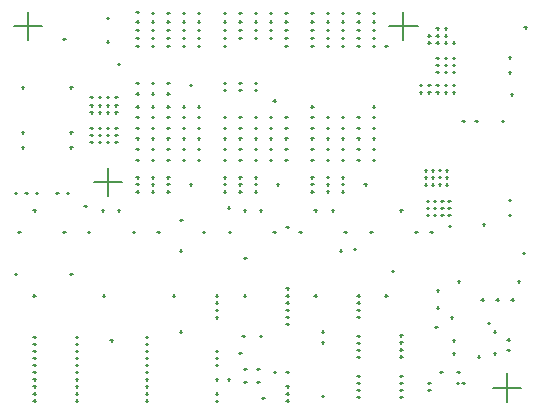
<source format=gbr>
%TF.GenerationSoftware,Altium Limited,Altium Designer,21.4.1 (30)*%
G04 Layer_Color=128*
%FSLAX26Y26*%
%MOIN*%
%TF.SameCoordinates,1A054405-282A-4FF3-8963-BB1B344CA64D*%
%TF.FilePolarity,Positive*%
%TF.FileFunction,Drillmap*%
%TF.Part,Single*%
G01*
G75*
%TA.AperFunction,NonConductor*%
%ADD80C,0.005000*%
D80*
X1291338Y1291339D02*
X1385826D01*
X1338582Y1244095D02*
Y1338583D01*
X39370Y1291339D02*
X133858D01*
X86614Y1244095D02*
Y1338583D01*
X307086Y771653D02*
X401574D01*
X354330Y724409D02*
Y818897D01*
X1637796Y86615D02*
X1732284D01*
X1685040Y39371D02*
Y133859D01*
X594488Y645669D02*
X602362D01*
X598425Y641732D02*
Y649606D01*
X333661Y677167D02*
X341535D01*
X337598Y673230D02*
Y681104D01*
X948819Y621287D02*
X956693D01*
X952756Y617350D02*
Y625224D01*
X808071Y517990D02*
X815945D01*
X812008Y514053D02*
Y521927D01*
X859253Y677165D02*
X867127D01*
X863190Y673228D02*
Y681102D01*
X1299213Y476378D02*
X1307087D01*
X1303150Y472441D02*
Y480315D01*
X1327755Y677165D02*
X1335629D01*
X1331692Y673228D02*
Y681102D01*
X1428358Y606299D02*
X1436232D01*
X1432295Y602362D02*
Y610236D01*
X905511Y1043307D02*
X913385D01*
X909448Y1039370D02*
Y1047244D01*
X1099411Y677167D02*
X1107285D01*
X1103348Y673230D02*
Y681104D01*
X1278149Y1224409D02*
X1286023D01*
X1282086Y1220472D02*
Y1228346D01*
X385827Y1165354D02*
X393701D01*
X389764Y1161417D02*
Y1169291D01*
X753937Y687008D02*
X761811D01*
X757874Y683071D02*
Y690945D01*
X448819Y765921D02*
X456693D01*
X452756Y761984D02*
Y769858D01*
X448819Y740331D02*
X456693D01*
X452756Y736394D02*
Y744268D01*
X753937Y114173D02*
X761811D01*
X757874Y110236D02*
Y118110D01*
X275591Y692913D02*
X283465D01*
X279528Y688976D02*
Y696850D01*
X350393Y1318897D02*
X358267D01*
X354330Y1314960D02*
Y1322834D01*
X1688977Y661417D02*
X1696851D01*
X1692914Y657480D02*
Y665354D01*
X791339Y740331D02*
X799213D01*
X795276Y736394D02*
Y744268D01*
X204921Y606299D02*
X212795D01*
X208858Y602362D02*
Y610236D01*
X1228347Y606299D02*
X1236220D01*
X1232284Y602362D02*
Y610236D01*
X1480315Y811024D02*
X1488189D01*
X1484252Y807087D02*
Y814961D01*
X1433071Y763779D02*
X1440945D01*
X1437008Y759842D02*
Y767716D01*
X1409449Y763779D02*
X1417323D01*
X1413386Y759842D02*
Y767716D01*
X1456693Y787750D02*
X1464567D01*
X1460630Y783812D02*
Y791687D01*
X1433071Y787402D02*
X1440945D01*
X1437008Y783465D02*
Y791338D01*
X1433071Y811024D02*
X1440945D01*
X1437008Y807087D02*
Y814961D01*
X1409449Y811024D02*
X1417323D01*
X1413386Y807087D02*
Y814961D01*
X1409449Y787402D02*
X1417323D01*
X1413386Y783465D02*
Y791338D01*
X1456693Y811371D02*
X1464567D01*
X1460630Y807434D02*
Y815308D01*
X1480315Y763779D02*
X1488189D01*
X1484252Y759842D02*
Y767716D01*
X1480315Y787402D02*
X1488189D01*
X1484252Y783465D02*
Y791338D01*
X1456693Y764128D02*
X1464567D01*
X1460630Y760191D02*
Y768064D01*
X1639148Y273623D02*
X1647022D01*
X1643085Y269685D02*
Y277560D01*
X1619177Y303149D02*
X1627051D01*
X1623114Y299212D02*
Y307086D01*
X1503937Y244094D02*
X1511811D01*
X1507874Y240157D02*
Y248031D01*
X851377Y105315D02*
X859251D01*
X855314Y101378D02*
Y109252D01*
X808071Y105315D02*
X815945D01*
X812008Y101378D02*
Y109252D01*
X851377Y148621D02*
X859251D01*
X855314Y144684D02*
Y152558D01*
X808071Y148621D02*
X815945D01*
X812008Y144684D02*
Y152558D01*
X868111Y51181D02*
X875985D01*
X872048Y47244D02*
Y55118D01*
X905709Y139763D02*
X913583D01*
X909646Y135826D02*
Y143700D01*
X948819Y90551D02*
X956693D01*
X952756Y86614D02*
Y94488D01*
X1685039Y247046D02*
X1692913D01*
X1688976Y243109D02*
Y250983D01*
X1125985Y543307D02*
X1133859D01*
X1129922Y539370D02*
Y547244D01*
X1173228Y549213D02*
X1181102D01*
X1177165Y545276D02*
Y553150D01*
X1496191Y320867D02*
X1504065D01*
X1500128Y316930D02*
Y324804D01*
X1444881Y288385D02*
X1452755D01*
X1448818Y284448D02*
Y292322D01*
X625985Y763953D02*
X633859D01*
X629922Y760016D02*
Y767890D01*
X551181Y787575D02*
X559055D01*
X555118Y783638D02*
Y791512D01*
X551181Y765921D02*
X559055D01*
X555118Y761984D02*
Y769858D01*
X551181Y740331D02*
X559055D01*
X555118Y736394D02*
Y744268D01*
X500001Y763953D02*
X507875D01*
X503938Y760016D02*
Y767890D01*
X500001Y787575D02*
X507875D01*
X503938Y783638D02*
Y791512D01*
X1518469Y139763D02*
X1526343D01*
X1522406Y135826D02*
Y143700D01*
X1461383Y139763D02*
X1469257D01*
X1465320Y135826D02*
Y143700D01*
X1587389Y190083D02*
X1595263D01*
X1591326Y186146D02*
Y194020D01*
X1720472Y440944D02*
X1728346D01*
X1724409Y437007D02*
Y444881D01*
X1685039Y212598D02*
X1692913D01*
X1688976Y208661D02*
Y216535D01*
X1639148Y200787D02*
X1647022D01*
X1643085Y196850D02*
Y204724D01*
X1503937Y200787D02*
X1511811D01*
X1507874Y196850D02*
Y204724D01*
X104921Y393701D02*
X112795D01*
X108858Y389764D02*
Y397638D01*
X337205Y393701D02*
X345079D01*
X341142Y389764D02*
Y397638D01*
X569489Y393701D02*
X577363D01*
X573426Y389764D02*
Y397638D01*
X1278149Y393701D02*
X1286023D01*
X1282086Y389764D02*
Y397638D01*
X204725Y1248031D02*
X212599D01*
X208662Y1244094D02*
Y1251968D01*
X350393Y1240157D02*
X358267D01*
X354330Y1236220D02*
Y1244094D01*
X228347Y887401D02*
X236221D01*
X232284Y883464D02*
Y891338D01*
X1449045Y410711D02*
X1456919D01*
X1452983Y406774D02*
Y414648D01*
X1648425Y379921D02*
X1656299D01*
X1652362Y375984D02*
Y383858D01*
X1598425Y379921D02*
X1606299D01*
X1602362Y375984D02*
Y383858D01*
X1519914Y440944D02*
X1527788D01*
X1523851Y437007D02*
Y444881D01*
X1735770Y536283D02*
X1743644D01*
X1739707Y532346D02*
Y540220D01*
X1489927Y624471D02*
X1497801D01*
X1493864Y620534D02*
Y628408D01*
X1698425Y379921D02*
X1706299D01*
X1702362Y375984D02*
Y383858D01*
X791339Y202755D02*
X799213D01*
X795276Y198818D02*
Y206692D01*
X802165Y259843D02*
X810039D01*
X806102Y255906D02*
Y263780D01*
X859253Y259843D02*
X867127D01*
X863190Y255906D02*
Y263780D01*
X1688977Y711221D02*
X1696851D01*
X1692914Y707284D02*
Y715158D01*
X1449045Y353625D02*
X1456919D01*
X1452983Y349688D02*
Y357562D01*
X1696851Y1063977D02*
X1704725D01*
X1700788Y1060040D02*
Y1067914D01*
X1688977Y1187599D02*
X1696851D01*
X1692914Y1183662D02*
Y1191536D01*
X1603574Y630906D02*
X1611448D01*
X1607511Y626969D02*
Y634843D01*
X1742266Y1287599D02*
X1750140D01*
X1746203Y1283662D02*
Y1291536D01*
X1688977Y1137599D02*
X1696851D01*
X1692914Y1133662D02*
Y1141536D01*
X1535433Y974409D02*
X1543307D01*
X1539370Y970472D02*
Y978346D01*
X1578741Y974409D02*
X1586615D01*
X1582678Y970472D02*
Y978346D01*
X1667323Y974409D02*
X1675197D01*
X1671260Y970472D02*
Y978346D01*
X1141733Y606299D02*
X1149607D01*
X1145670Y602362D02*
Y610236D01*
X992127Y606299D02*
X1000001D01*
X996064Y602362D02*
Y610236D01*
X1066929Y273623D02*
X1074803D01*
X1070866Y269685D02*
Y277560D01*
X1066929Y237207D02*
X1074803D01*
X1070866Y233270D02*
Y241144D01*
X1066929Y58073D02*
X1074803D01*
X1070866Y54136D02*
Y62010D01*
X594347Y543307D02*
X602221D01*
X598284Y539370D02*
Y547244D01*
X594347Y273623D02*
X602221D01*
X598284Y269685D02*
Y277560D01*
X805709Y393701D02*
X813583D01*
X809646Y389764D02*
Y397638D01*
X362205Y244095D02*
X370079D01*
X366142Y240157D02*
Y248031D01*
X228347Y1087401D02*
X236221D01*
X232284Y1083464D02*
Y1091338D01*
X228347Y464986D02*
X236221D01*
X232284Y461049D02*
Y468923D01*
X216535Y736221D02*
X224409D01*
X220472Y732284D02*
Y740158D01*
X181102Y736221D02*
X188976D01*
X185039Y732284D02*
Y740158D01*
X228347Y937401D02*
X236221D01*
X232284Y933464D02*
Y941338D01*
X114173Y736221D02*
X122047D01*
X118110Y732284D02*
Y740158D01*
X78740Y736221D02*
X86614D01*
X82677Y732284D02*
Y740158D01*
X43307Y736221D02*
X51181D01*
X47244Y732284D02*
Y740158D01*
X66929Y887401D02*
X74803D01*
X70866Y883464D02*
Y891338D01*
X66929Y937401D02*
X74803D01*
X70866Y933464D02*
Y941338D01*
X43307Y464567D02*
X51181D01*
X47244Y460630D02*
Y468504D01*
X105317Y677167D02*
X113191D01*
X109254Y673230D02*
Y681104D01*
X518947Y606299D02*
X526821D01*
X522884Y602362D02*
Y610236D01*
X54921Y606299D02*
X62795D01*
X58858Y602362D02*
Y610236D01*
X66929Y1087401D02*
X74803D01*
X70866Y1083464D02*
Y1091338D01*
X1208859Y763953D02*
X1216733D01*
X1212796Y760016D02*
Y767890D01*
X917519Y763953D02*
X925393D01*
X921456Y760016D02*
Y767890D01*
X377953Y1027559D02*
X385827D01*
X381890Y1023622D02*
Y1031496D01*
X295275Y1027559D02*
X303149D01*
X299212Y1023622D02*
Y1031496D01*
X295275Y1003937D02*
X303149D01*
X299212Y1000000D02*
Y1007874D01*
X295275Y1055117D02*
X303149D01*
X299212Y1051180D02*
Y1059054D01*
X322835Y1003937D02*
X330709D01*
X326772Y1000000D02*
Y1007874D01*
X350393Y1027559D02*
X358267D01*
X354330Y1023622D02*
Y1031496D01*
X500001Y1334645D02*
X507875D01*
X503938Y1330708D02*
Y1338582D01*
X350393Y1055119D02*
X358267D01*
X354330Y1051182D02*
Y1059056D01*
X322835Y1055119D02*
X330709D01*
X326772Y1051182D02*
Y1059056D01*
X377953Y1055119D02*
X385827D01*
X381890Y1051182D02*
Y1059056D01*
X377953Y1003937D02*
X385827D01*
X381890Y1000000D02*
Y1007874D01*
X448819Y1279527D02*
X456693D01*
X452756Y1275590D02*
Y1283464D01*
X448819Y1224409D02*
X456693D01*
X452756Y1220472D02*
Y1228346D01*
X448819Y1307087D02*
X456693D01*
X452756Y1303150D02*
Y1311024D01*
X448819Y1338579D02*
X456693D01*
X452756Y1334642D02*
Y1342516D01*
X322835Y1027559D02*
X330709D01*
X326772Y1023622D02*
Y1031496D01*
X350393Y1003937D02*
X358267D01*
X354330Y1000000D02*
Y1007874D01*
X246555Y255905D02*
X254429D01*
X250492Y251968D02*
Y259842D01*
X713071Y393371D02*
X720945D01*
X717008Y389434D02*
Y397308D01*
X448819Y1251969D02*
X456693D01*
X452756Y1248032D02*
Y1255906D01*
X1185039Y101377D02*
X1192913D01*
X1188976Y97440D02*
Y105314D01*
X1185039Y124999D02*
X1192913D01*
X1188976Y121062D02*
Y128936D01*
X712599Y66929D02*
X720473D01*
X716536Y62992D02*
Y70866D01*
X712599Y41337D02*
X720473D01*
X716536Y37400D02*
Y45274D01*
X712599Y114173D02*
X720473D01*
X716536Y110236D02*
Y118110D01*
X712599Y161417D02*
X720473D01*
X716536Y157480D02*
Y165354D01*
X712599Y185039D02*
X720473D01*
X716536Y181102D02*
Y188976D01*
X712599Y208661D02*
X720473D01*
X716536Y204724D02*
Y212598D01*
X712599Y346457D02*
X720473D01*
X716536Y342520D02*
Y350394D01*
X712599Y370079D02*
X720473D01*
X716536Y366142D02*
Y374016D01*
X712599Y320867D02*
X720473D01*
X716536Y316930D02*
Y324804D01*
X1185039Y259843D02*
X1192913D01*
X1188976Y255906D02*
Y263780D01*
X1185039Y322835D02*
X1192913D01*
X1188976Y318898D02*
Y326772D01*
X1185039Y393701D02*
X1192913D01*
X1188976Y389764D02*
Y397638D01*
X1185039Y370079D02*
X1192913D01*
X1188976Y366142D02*
Y374016D01*
X1185039Y346457D02*
X1192913D01*
X1188976Y342520D02*
Y350394D01*
X1185039Y236221D02*
X1192913D01*
X1188976Y232284D02*
Y240158D01*
X1185039Y55119D02*
X1192913D01*
X1188976Y51182D02*
Y59056D01*
X1185039Y212599D02*
X1192913D01*
X1188976Y208662D02*
Y216536D01*
X1185039Y78741D02*
X1192913D01*
X1188976Y74804D02*
Y82678D01*
X1185039Y188977D02*
X1192913D01*
X1188976Y185040D02*
Y192914D01*
X246555Y90551D02*
X254429D01*
X250492Y86614D02*
Y94488D01*
X246555Y66929D02*
X254429D01*
X250492Y62992D02*
Y70866D01*
X246555Y114173D02*
X254429D01*
X250492Y110236D02*
Y118110D01*
X246555Y43307D02*
X254429D01*
X250492Y39370D02*
Y47244D01*
X246555Y137795D02*
X254429D01*
X250492Y133858D02*
Y141732D01*
X246555Y208661D02*
X254429D01*
X250492Y204724D02*
Y212598D01*
X246555Y232283D02*
X254429D01*
X250492Y228346D02*
Y236220D01*
X246555Y185039D02*
X254429D01*
X250492Y181102D02*
Y188976D01*
X246555Y161417D02*
X254429D01*
X250492Y157480D02*
Y165354D01*
X1236221Y1224409D02*
X1244095D01*
X1240158Y1220472D02*
Y1228346D01*
X1236221Y1279527D02*
X1244095D01*
X1240158Y1275590D02*
Y1283464D01*
X1236221Y1307087D02*
X1244095D01*
X1240158Y1303150D02*
Y1311024D01*
X1236221Y1334645D02*
X1244095D01*
X1240158Y1330708D02*
Y1338582D01*
X1236221Y1251969D02*
X1244095D01*
X1240158Y1248032D02*
Y1255906D01*
X791339Y1251969D02*
X799213D01*
X795276Y1248032D02*
Y1255906D01*
X842519Y1251969D02*
X850393D01*
X846456Y1248032D02*
Y1255906D01*
X893701Y1251969D02*
X901575D01*
X897638Y1248032D02*
Y1255906D01*
X1133859Y1334645D02*
X1141733D01*
X1137796Y1330708D02*
Y1338582D01*
X1031497Y1334645D02*
X1039371D01*
X1035434Y1330708D02*
Y1338582D01*
X1082677Y1334645D02*
X1090551D01*
X1086614Y1330708D02*
Y1338582D01*
X1185039Y1334645D02*
X1192913D01*
X1188976Y1330708D02*
Y1338582D01*
X602363Y1334645D02*
X610237D01*
X606300Y1330708D02*
Y1338582D01*
X653543Y1334645D02*
X661417D01*
X657480Y1330708D02*
Y1338582D01*
X551181Y1334645D02*
X559055D01*
X555118Y1330708D02*
Y1338582D01*
X653543Y1279527D02*
X661417D01*
X657480Y1275590D02*
Y1283464D01*
X653543Y1307087D02*
X661417D01*
X657480Y1303150D02*
Y1311024D01*
X653543Y1224409D02*
X661417D01*
X657480Y1220472D02*
Y1228346D01*
X653543Y1251969D02*
X661417D01*
X657480Y1248032D02*
Y1255906D01*
X1031497Y1279527D02*
X1039371D01*
X1035434Y1275590D02*
Y1283464D01*
X1031497Y1307087D02*
X1039371D01*
X1035434Y1303150D02*
Y1311024D01*
X1031497Y1224409D02*
X1039371D01*
X1035434Y1220472D02*
Y1228346D01*
X1031497Y1251969D02*
X1039371D01*
X1035434Y1248032D02*
Y1255906D01*
X740157Y1279527D02*
X748031D01*
X744094Y1275590D02*
Y1283464D01*
X740157Y1307087D02*
X748031D01*
X744094Y1303150D02*
Y1311024D01*
X740157Y1224409D02*
X748031D01*
X744094Y1220472D02*
Y1228346D01*
X740157Y1251969D02*
X748031D01*
X744094Y1248032D02*
Y1255906D01*
X944883Y1251969D02*
X952757D01*
X948820Y1248032D02*
Y1255906D01*
X944883Y1224409D02*
X952757D01*
X948820Y1220472D02*
Y1228346D01*
X944883Y1307087D02*
X952757D01*
X948820Y1303150D02*
Y1311024D01*
X944883Y1279527D02*
X952757D01*
X948820Y1275590D02*
Y1283464D01*
X842519Y1334645D02*
X850393D01*
X846456Y1330708D02*
Y1338582D01*
X740157Y1334645D02*
X748031D01*
X744094Y1330708D02*
Y1338582D01*
X791339Y1334645D02*
X799213D01*
X795276Y1330708D02*
Y1338582D01*
X944883Y1334645D02*
X952757D01*
X948820Y1330708D02*
Y1338582D01*
X893701Y1334645D02*
X901575D01*
X897638Y1330708D02*
Y1338582D01*
X893701Y1307087D02*
X901575D01*
X897638Y1303150D02*
Y1311024D01*
X893701Y1279527D02*
X901575D01*
X897638Y1275590D02*
Y1283464D01*
X842519Y1279527D02*
X850393D01*
X846456Y1275590D02*
Y1283464D01*
X842519Y1307087D02*
X850393D01*
X846456Y1303150D02*
Y1311024D01*
X791339Y1307087D02*
X799213D01*
X795276Y1303150D02*
Y1311024D01*
X791339Y1279527D02*
X799213D01*
X795276Y1275590D02*
Y1283464D01*
X1133859Y1224409D02*
X1141733D01*
X1137796Y1220472D02*
Y1228346D01*
X1185039Y1224409D02*
X1192913D01*
X1188976Y1220472D02*
Y1228346D01*
X1082677Y1224409D02*
X1090551D01*
X1086614Y1220472D02*
Y1228346D01*
X1082677Y1251969D02*
X1090551D01*
X1086614Y1248032D02*
Y1255906D01*
X1133859Y1251969D02*
X1141733D01*
X1137796Y1248032D02*
Y1255906D01*
X1185039Y1251969D02*
X1192913D01*
X1188976Y1248032D02*
Y1255906D01*
X1082677Y1279527D02*
X1090551D01*
X1086614Y1275590D02*
Y1283464D01*
X1133859Y1307087D02*
X1141733D01*
X1137796Y1303150D02*
Y1311024D01*
X1133859Y1279527D02*
X1141733D01*
X1137796Y1275590D02*
Y1283464D01*
X1185039Y1279527D02*
X1192913D01*
X1188976Y1275590D02*
Y1283464D01*
X1185039Y1307087D02*
X1192913D01*
X1188976Y1303150D02*
Y1311024D01*
X1082677Y1307087D02*
X1090551D01*
X1086614Y1303150D02*
Y1311024D01*
X551181Y1224409D02*
X559055D01*
X555118Y1220472D02*
Y1228346D01*
X602363Y1224409D02*
X610237D01*
X606300Y1220472D02*
Y1228346D01*
X500001Y1224409D02*
X507875D01*
X503938Y1220472D02*
Y1228346D01*
X500001Y1251969D02*
X507875D01*
X503938Y1248032D02*
Y1255906D01*
X551181Y1251969D02*
X559055D01*
X555118Y1248032D02*
Y1255906D01*
X602363Y1251969D02*
X610237D01*
X606300Y1248032D02*
Y1255906D01*
X500001Y1279527D02*
X507875D01*
X503938Y1275590D02*
Y1283464D01*
X500001Y1307087D02*
X507875D01*
X503938Y1303150D02*
Y1311024D01*
X551181Y1307087D02*
X559055D01*
X555118Y1303150D02*
Y1311024D01*
X551181Y1279527D02*
X559055D01*
X555118Y1275590D02*
Y1283464D01*
X602363Y1279527D02*
X610237D01*
X606300Y1275590D02*
Y1283464D01*
X602363Y1307087D02*
X610237D01*
X606300Y1303150D02*
Y1311024D01*
X1236222Y952755D02*
X1244096D01*
X1240159Y948818D02*
Y956692D01*
X1236222Y917323D02*
X1244096D01*
X1240159Y913386D02*
Y921260D01*
X1236222Y846457D02*
X1244096D01*
X1240159Y842520D02*
Y850394D01*
X1236222Y881889D02*
X1244096D01*
X1240159Y877952D02*
Y885826D01*
X1236222Y1023621D02*
X1244096D01*
X1240159Y1019684D02*
Y1027558D01*
X1236222Y988189D02*
X1244096D01*
X1240159Y984252D02*
Y992126D01*
X1185040Y988189D02*
X1192914D01*
X1188977Y984252D02*
Y992126D01*
X1185040Y881889D02*
X1192914D01*
X1188977Y877952D02*
Y885826D01*
X1185040Y846457D02*
X1192914D01*
X1188977Y842520D02*
Y850394D01*
X1185040Y917323D02*
X1192914D01*
X1188977Y913386D02*
Y921260D01*
X1185040Y952755D02*
X1192914D01*
X1188977Y948818D02*
Y956692D01*
X1133860Y988189D02*
X1141734D01*
X1137797Y984252D02*
Y992126D01*
X1133860Y881889D02*
X1141734D01*
X1137797Y877952D02*
Y885826D01*
X1133860Y846457D02*
X1141734D01*
X1137797Y842520D02*
Y850394D01*
X1133860Y917323D02*
X1141734D01*
X1137797Y913386D02*
Y921260D01*
X1133860Y952755D02*
X1141734D01*
X1137797Y948818D02*
Y956692D01*
X1082678Y988189D02*
X1090552D01*
X1086615Y984252D02*
Y992126D01*
X1082678Y881889D02*
X1090552D01*
X1086615Y877952D02*
Y885826D01*
X1082678Y846457D02*
X1090552D01*
X1086615Y842520D02*
Y850394D01*
X1082678Y917323D02*
X1090552D01*
X1086615Y913386D02*
Y921260D01*
X1082678Y952755D02*
X1090552D01*
X1086615Y948818D02*
Y956692D01*
X1031498Y952755D02*
X1039372D01*
X1035435Y948818D02*
Y956692D01*
X1031498Y917323D02*
X1039372D01*
X1035435Y913386D02*
Y921260D01*
X1031498Y846457D02*
X1039372D01*
X1035435Y842520D02*
Y850394D01*
X1031498Y881889D02*
X1039372D01*
X1035435Y877952D02*
Y885826D01*
X1031498Y1023621D02*
X1039372D01*
X1035435Y1019684D02*
Y1027558D01*
X1031498Y988189D02*
X1039372D01*
X1035435Y984252D02*
Y992126D01*
X905511Y606299D02*
X913385D01*
X909448Y602362D02*
Y610236D01*
X893702Y988189D02*
X901576D01*
X897639Y984252D02*
Y992126D01*
X791340Y988189D02*
X799214D01*
X795277Y984252D02*
Y992126D01*
X842520Y988189D02*
X850394D01*
X846457Y984252D02*
Y992126D01*
X791339Y1102363D02*
X799213D01*
X795276Y1098426D02*
Y1106300D01*
X842519Y1102363D02*
X850393D01*
X846456Y1098426D02*
Y1106300D01*
X1417323Y708661D02*
X1425197D01*
X1421260Y704724D02*
Y712598D01*
X1417323Y661417D02*
X1425197D01*
X1421260Y657480D02*
Y665354D01*
X1440945Y708661D02*
X1448819D01*
X1444882Y704724D02*
Y712598D01*
X1464567Y685039D02*
X1472441D01*
X1468504Y681102D02*
Y688976D01*
X1488189Y661417D02*
X1496063D01*
X1492126Y657480D02*
Y665354D01*
X1440945Y661417D02*
X1448819D01*
X1444882Y657480D02*
Y665354D01*
X1417323Y685039D02*
X1425197D01*
X1421260Y681102D02*
Y688976D01*
X1440945Y685039D02*
X1448819D01*
X1444882Y681102D02*
Y688976D01*
X1464567Y661417D02*
X1472441D01*
X1468504Y657480D02*
Y665354D01*
X1488189Y685039D02*
X1496063D01*
X1492126Y681102D02*
Y688976D01*
X1488189Y708661D02*
X1496063D01*
X1492126Y704724D02*
Y712598D01*
X1464567Y708661D02*
X1472441D01*
X1468504Y704724D02*
Y712598D01*
X740157Y1102363D02*
X748031D01*
X744094Y1098426D02*
Y1106300D01*
X740157Y1078741D02*
X748031D01*
X744094Y1074804D02*
Y1082678D01*
X740158Y988189D02*
X748032D01*
X744095Y984252D02*
Y992126D01*
X740158Y881889D02*
X748032D01*
X744095Y877952D02*
Y885826D01*
X740158Y846457D02*
X748032D01*
X744095Y842520D02*
Y850394D01*
X740158Y917323D02*
X748032D01*
X744095Y913386D02*
Y921260D01*
X740158Y952755D02*
X748032D01*
X744095Y948818D02*
Y956692D01*
X791340Y952755D02*
X799214D01*
X795277Y948818D02*
Y956692D01*
X791340Y917323D02*
X799214D01*
X795277Y913386D02*
Y921260D01*
X791340Y846457D02*
X799214D01*
X795277Y842520D02*
Y850394D01*
X791340Y881889D02*
X799214D01*
X795277Y877952D02*
Y885826D01*
X791339Y1078741D02*
X799213D01*
X795276Y1074804D02*
Y1082678D01*
X842520Y952755D02*
X850394D01*
X846457Y948818D02*
Y956692D01*
X842520Y917323D02*
X850394D01*
X846457Y913386D02*
Y921260D01*
X842520Y846457D02*
X850394D01*
X846457Y842520D02*
Y850394D01*
X842520Y881889D02*
X850394D01*
X846457Y877952D02*
Y885826D01*
X842519Y1078741D02*
X850393D01*
X846456Y1074804D02*
Y1082678D01*
X893702Y952755D02*
X901576D01*
X897639Y948818D02*
Y956692D01*
X893702Y917323D02*
X901576D01*
X897639Y913386D02*
Y921260D01*
X893702Y846457D02*
X901576D01*
X897639Y842520D02*
Y850394D01*
X893702Y881889D02*
X901576D01*
X897639Y877952D02*
Y885826D01*
X944882Y988189D02*
X952756D01*
X948819Y984252D02*
Y992126D01*
X944882Y881889D02*
X952756D01*
X948819Y877952D02*
Y885826D01*
X944882Y846457D02*
X952756D01*
X948819Y842520D02*
Y850394D01*
X944882Y917323D02*
X952756D01*
X948819Y913386D02*
Y921260D01*
X944882Y952755D02*
X952756D01*
X948819Y948818D02*
Y956692D01*
X1448819Y1185039D02*
X1456693D01*
X1452756Y1181102D02*
Y1188976D01*
X1476379Y1161417D02*
X1484253D01*
X1480316Y1157480D02*
Y1165354D01*
X1503937Y1185039D02*
X1511811D01*
X1507874Y1181102D02*
Y1188976D01*
X1503937Y1161417D02*
X1511811D01*
X1507874Y1157480D02*
Y1165354D01*
X1476379Y1185039D02*
X1484253D01*
X1480316Y1181102D02*
Y1188976D01*
X1448819Y1161417D02*
X1456693D01*
X1452756Y1157480D02*
Y1165354D01*
X1503937Y1137795D02*
X1511811D01*
X1507874Y1133858D02*
Y1141732D01*
X1476379Y1137795D02*
X1484253D01*
X1480316Y1133858D02*
Y1141732D01*
X1448819Y1137795D02*
X1456693D01*
X1452756Y1133858D02*
Y1141732D01*
X1393701Y1070865D02*
X1401575D01*
X1397638Y1066928D02*
Y1074802D01*
X1421259Y1094489D02*
X1429133D01*
X1425196Y1090552D02*
Y1098426D01*
X1448819Y1070865D02*
X1456693D01*
X1452756Y1066928D02*
Y1074802D01*
X1448819Y1094489D02*
X1456693D01*
X1452756Y1090552D02*
Y1098426D01*
X1503937Y1070865D02*
X1511811D01*
X1507874Y1066928D02*
Y1074802D01*
X1393701Y1094489D02*
X1401575D01*
X1397638Y1090552D02*
Y1098426D01*
X1476379Y1094489D02*
X1484253D01*
X1480316Y1090552D02*
Y1098426D01*
X1476379Y1070865D02*
X1484253D01*
X1480316Y1066928D02*
Y1074802D01*
X1421259Y1070865D02*
X1429133D01*
X1425196Y1066928D02*
Y1074802D01*
X1503937Y1094489D02*
X1511811D01*
X1507874Y1090552D02*
Y1098426D01*
X1041929Y677167D02*
X1049803D01*
X1045866Y673230D02*
Y681104D01*
X805709Y677167D02*
X813583D01*
X809646Y673230D02*
Y681104D01*
X387205Y677167D02*
X395079D01*
X391142Y673230D02*
Y681104D01*
X625985Y1094489D02*
X633859D01*
X629922Y1090552D02*
Y1098426D01*
X755905Y606299D02*
X763779D01*
X759842Y602362D02*
Y610236D01*
X287205Y606299D02*
X295079D01*
X291142Y602362D02*
Y610236D01*
X437205Y606299D02*
X445079D01*
X441142Y602362D02*
Y610236D01*
X1421259Y1260391D02*
X1429133D01*
X1425196Y1256454D02*
Y1264328D01*
X1448627Y1236769D02*
X1456501D01*
X1452564Y1232832D02*
Y1240706D01*
X1476187Y1236769D02*
X1484061D01*
X1480124Y1232832D02*
Y1240706D01*
X1503745Y1236769D02*
X1511619D01*
X1507682Y1232832D02*
Y1240706D01*
X1421259Y1236769D02*
X1429133D01*
X1425196Y1232832D02*
Y1240706D01*
X1476187Y1260391D02*
X1484061D01*
X1480124Y1256454D02*
Y1264328D01*
X1476187Y1284013D02*
X1484061D01*
X1480124Y1280076D02*
Y1287950D01*
X1448627Y1284013D02*
X1456501D01*
X1452564Y1280076D02*
Y1287950D01*
X1448627Y1260391D02*
X1456501D01*
X1452564Y1256454D02*
Y1264328D01*
X653544Y952755D02*
X661418D01*
X657481Y948818D02*
Y956692D01*
X653544Y917323D02*
X661418D01*
X657481Y913386D02*
Y921260D01*
X653544Y846457D02*
X661418D01*
X657481Y842520D02*
Y850394D01*
X653544Y881889D02*
X661418D01*
X657481Y877952D02*
Y885826D01*
X653544Y1023621D02*
X661418D01*
X657481Y1019684D02*
Y1027558D01*
X653544Y988189D02*
X661418D01*
X657481Y984252D02*
Y992126D01*
X602364Y988189D02*
X610238D01*
X606301Y984252D02*
Y992126D01*
X602364Y1023621D02*
X610238D01*
X606301Y1019684D02*
Y1027558D01*
X602364Y881889D02*
X610238D01*
X606301Y877952D02*
Y885826D01*
X602364Y846457D02*
X610238D01*
X606301Y842520D02*
Y850394D01*
X602364Y917323D02*
X610238D01*
X606301Y913386D02*
Y921260D01*
X602364Y952755D02*
X610238D01*
X606301Y948818D02*
Y956692D01*
X551181Y1102363D02*
X559055D01*
X555118Y1098426D02*
Y1106300D01*
X551181Y1066929D02*
X559055D01*
X555118Y1062992D02*
Y1070866D01*
X551182Y988189D02*
X559056D01*
X555119Y984252D02*
Y992126D01*
X551182Y1023621D02*
X559056D01*
X555119Y1019684D02*
Y1027558D01*
X551182Y881889D02*
X559056D01*
X555119Y877952D02*
Y885826D01*
X551182Y846457D02*
X559056D01*
X555119Y842520D02*
Y850394D01*
X551182Y917323D02*
X559056D01*
X555119Y913386D02*
Y921260D01*
X551182Y952755D02*
X559056D01*
X555119Y948818D02*
Y956692D01*
X500001Y1102363D02*
X507875D01*
X503938Y1098426D02*
Y1106300D01*
X500001Y1066929D02*
X507875D01*
X503938Y1062992D02*
Y1070866D01*
X500002Y988189D02*
X507876D01*
X503939Y984252D02*
Y992126D01*
X500002Y1023621D02*
X507876D01*
X503939Y1019684D02*
Y1027558D01*
X500002Y881889D02*
X507876D01*
X503939Y877952D02*
Y885826D01*
X500002Y846457D02*
X507876D01*
X503939Y842520D02*
Y850394D01*
X500002Y917323D02*
X507876D01*
X503939Y913386D02*
Y921260D01*
X500002Y952755D02*
X507876D01*
X503939Y948818D02*
Y956692D01*
X448820Y952755D02*
X456694D01*
X452757Y948818D02*
Y956692D01*
X448820Y917323D02*
X456694D01*
X452757Y913386D02*
Y921260D01*
X448820Y846457D02*
X456694D01*
X452757Y842520D02*
Y850394D01*
X448820Y881889D02*
X456694D01*
X452757Y877952D02*
Y885826D01*
X448820Y1023621D02*
X456694D01*
X452757Y1019684D02*
Y1027558D01*
X448820Y988189D02*
X456694D01*
X452757Y984252D02*
Y992126D01*
X448819Y1066929D02*
X456693D01*
X452756Y1062992D02*
Y1070866D01*
X448819Y1102363D02*
X456693D01*
X452756Y1098426D02*
Y1106300D01*
X295275Y929133D02*
X303149D01*
X299212Y925196D02*
Y933070D01*
X377953Y952755D02*
X385827D01*
X381890Y948818D02*
Y956692D01*
X350393Y929133D02*
X358267D01*
X354330Y925196D02*
Y933070D01*
X295275Y952755D02*
X303149D01*
X299212Y948818D02*
Y956692D01*
X295275Y905511D02*
X303149D01*
X299212Y901574D02*
Y909448D01*
X322835Y952755D02*
X330709D01*
X326772Y948818D02*
Y956692D01*
X322835Y905511D02*
X330709D01*
X326772Y901574D02*
Y909448D01*
X350393Y952755D02*
X358267D01*
X354330Y948818D02*
Y956692D01*
X350393Y905511D02*
X358267D01*
X354330Y901574D02*
Y909448D01*
X377953Y905511D02*
X385827D01*
X381890Y901574D02*
Y909448D01*
X377953Y929133D02*
X385827D01*
X381890Y925196D02*
Y933070D01*
X322835Y929133D02*
X330709D01*
X326772Y925196D02*
Y933070D01*
X480315Y43307D02*
X488189D01*
X484252Y39370D02*
Y47244D01*
X1535433Y102363D02*
X1543307D01*
X1539370Y98426D02*
Y106300D01*
X1421259Y78741D02*
X1429133D01*
X1425196Y74804D02*
Y82678D01*
X669291Y606299D02*
X677165D01*
X673228Y602362D02*
Y610236D01*
X740157Y787401D02*
X748031D01*
X744094Y783464D02*
Y791338D01*
X500001Y740331D02*
X507875D01*
X503938Y736394D02*
Y744268D01*
X1377953Y606299D02*
X1385827D01*
X1381890Y602362D02*
Y610236D01*
X1421259Y102363D02*
X1429133D01*
X1425196Y98426D02*
Y106300D01*
X1515745Y102363D02*
X1523619D01*
X1519682Y98426D02*
Y106300D01*
X1328149Y189963D02*
X1336023D01*
X1332086Y186026D02*
Y193900D01*
X1328149Y237207D02*
X1336023D01*
X1332086Y233270D02*
Y241144D01*
X1328149Y55119D02*
X1336023D01*
X1332086Y51182D02*
Y59056D01*
X1328149Y213585D02*
X1336023D01*
X1332086Y209648D02*
Y217522D01*
X1328149Y102363D02*
X1336023D01*
X1332086Y98426D02*
Y106300D01*
X1328149Y260829D02*
X1336023D01*
X1332086Y256892D02*
Y264766D01*
X1328149Y78741D02*
X1336023D01*
X1332086Y74804D02*
Y82678D01*
X1328149Y125985D02*
X1336023D01*
X1332086Y122048D02*
Y129922D01*
X948819Y322835D02*
X956693D01*
X952756Y318898D02*
Y326772D01*
X948819Y346457D02*
X956693D01*
X952756Y342520D02*
Y350394D01*
X948819Y417323D02*
X956693D01*
X952756Y413386D02*
Y421260D01*
X948819Y393701D02*
X956693D01*
X952756Y389764D02*
Y397638D01*
X948819Y370079D02*
X956693D01*
X952756Y366142D02*
Y374016D01*
X948819Y299213D02*
X956693D01*
X952756Y295276D02*
Y303150D01*
X948817Y139763D02*
X956691D01*
X952754Y135826D02*
Y143700D01*
X948819Y43307D02*
X956693D01*
X952756Y39370D02*
Y47244D01*
X948819Y66929D02*
X956693D01*
X952756Y62992D02*
Y70866D01*
X480315Y90551D02*
X488189D01*
X484252Y86614D02*
Y94488D01*
X480315Y66929D02*
X488189D01*
X484252Y62992D02*
Y70866D01*
X480315Y114173D02*
X488189D01*
X484252Y110236D02*
Y118110D01*
X480315Y137795D02*
X488189D01*
X484252Y133858D02*
Y141732D01*
X480315Y208661D02*
X488189D01*
X484252Y204724D02*
Y212598D01*
X480315Y232283D02*
X488189D01*
X484252Y228346D02*
Y236220D01*
X480315Y255905D02*
X488189D01*
X484252Y251968D02*
Y259842D01*
X480315Y185039D02*
X488189D01*
X484252Y181102D02*
Y188976D01*
X480315Y161417D02*
X488189D01*
X484252Y157480D02*
Y165354D01*
X105317Y161417D02*
X113191D01*
X109254Y157480D02*
Y165354D01*
X105317Y185039D02*
X113191D01*
X109254Y181102D02*
Y188976D01*
X105317Y255905D02*
X113191D01*
X109254Y251968D02*
Y259842D01*
X105317Y232283D02*
X113191D01*
X109254Y228346D02*
Y236220D01*
X105317Y208661D02*
X113191D01*
X109254Y204724D02*
Y212598D01*
X105317Y137795D02*
X113191D01*
X109254Y133858D02*
Y141732D01*
X105317Y43307D02*
X113191D01*
X109254Y39370D02*
Y47244D01*
X105317Y114173D02*
X113191D01*
X109254Y110236D02*
Y118110D01*
X105317Y66929D02*
X113191D01*
X109254Y62992D02*
Y70866D01*
X105317Y90551D02*
X113191D01*
X109254Y86614D02*
Y94488D01*
X1031497Y787575D02*
X1039371D01*
X1035434Y783638D02*
Y791512D01*
X1031497Y765921D02*
X1039371D01*
X1035434Y761984D02*
Y769858D01*
X1031497Y740331D02*
X1039371D01*
X1035434Y736394D02*
Y744268D01*
X740157Y740157D02*
X748031D01*
X744094Y736220D02*
Y744094D01*
X740157Y765747D02*
X748031D01*
X744094Y761810D02*
Y769684D01*
X448819Y787575D02*
X456693D01*
X452756Y783638D02*
Y791512D01*
X1133859Y765921D02*
X1141733D01*
X1137796Y761984D02*
Y769858D01*
X1082677Y787749D02*
X1090551D01*
X1086614Y783812D02*
Y791686D01*
X1082677Y740505D02*
X1090551D01*
X1086614Y736568D02*
Y744442D01*
X1133859Y787575D02*
X1141733D01*
X1137796Y783638D02*
Y791512D01*
X1133859Y740331D02*
X1141733D01*
X1137796Y736394D02*
Y744268D01*
X1082677Y764127D02*
X1090551D01*
X1086614Y760190D02*
Y768064D01*
X842519Y765747D02*
X850393D01*
X846456Y761810D02*
Y769684D01*
X791339Y787575D02*
X799213D01*
X795276Y783638D02*
Y791512D01*
X842519Y787401D02*
X850393D01*
X846456Y783464D02*
Y791338D01*
X842519Y740157D02*
X850393D01*
X846456Y736220D02*
Y744094D01*
X791339Y763953D02*
X799213D01*
X795276Y760016D02*
Y767890D01*
X1041929Y393701D02*
X1049803D01*
X1045866Y389764D02*
Y397638D01*
%TF.MD5,0b6582e622af9c3281844c25bd0348d5*%
M02*

</source>
